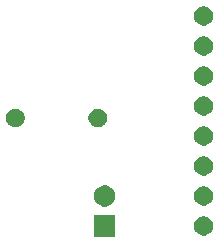
<source format=gbr>
G04 #@! TF.GenerationSoftware,KiCad,Pcbnew,(5.1.5)-3*
G04 #@! TF.CreationDate,2020-12-21T13:09:17+01:00*
G04 #@! TF.ProjectId,epimetheus_adxl345,6570696d-6574-4686-9575-735f6164786c,rev?*
G04 #@! TF.SameCoordinates,Original*
G04 #@! TF.FileFunction,Soldermask,Bot*
G04 #@! TF.FilePolarity,Negative*
%FSLAX46Y46*%
G04 Gerber Fmt 4.6, Leading zero omitted, Abs format (unit mm)*
G04 Created by KiCad (PCBNEW (5.1.5)-3) date 2020-12-21 13:09:17*
%MOMM*%
%LPD*%
G04 APERTURE LIST*
%ADD10C,0.100000*%
G04 APERTURE END LIST*
D10*
G36*
X171843000Y-41033000D02*
G01*
X170041000Y-41033000D01*
X170041000Y-39231000D01*
X171843000Y-39231000D01*
X171843000Y-41033000D01*
G37*
G36*
X179561142Y-39350242D02*
G01*
X179709101Y-39411529D01*
X179842255Y-39500499D01*
X179955501Y-39613745D01*
X180044471Y-39746899D01*
X180105758Y-39894858D01*
X180137000Y-40051925D01*
X180137000Y-40212075D01*
X180105758Y-40369142D01*
X180044471Y-40517101D01*
X179955501Y-40650255D01*
X179842255Y-40763501D01*
X179709101Y-40852471D01*
X179561142Y-40913758D01*
X179404075Y-40945000D01*
X179243925Y-40945000D01*
X179086858Y-40913758D01*
X178938899Y-40852471D01*
X178805745Y-40763501D01*
X178692499Y-40650255D01*
X178603529Y-40517101D01*
X178542242Y-40369142D01*
X178511000Y-40212075D01*
X178511000Y-40051925D01*
X178542242Y-39894858D01*
X178603529Y-39746899D01*
X178692499Y-39613745D01*
X178805745Y-39500499D01*
X178938899Y-39411529D01*
X179086858Y-39350242D01*
X179243925Y-39319000D01*
X179404075Y-39319000D01*
X179561142Y-39350242D01*
G37*
G36*
X171055512Y-36695927D02*
G01*
X171204812Y-36725624D01*
X171368784Y-36793544D01*
X171516354Y-36892147D01*
X171641853Y-37017646D01*
X171740456Y-37165216D01*
X171808376Y-37329188D01*
X171843000Y-37503259D01*
X171843000Y-37680741D01*
X171808376Y-37854812D01*
X171740456Y-38018784D01*
X171641853Y-38166354D01*
X171516354Y-38291853D01*
X171368784Y-38390456D01*
X171204812Y-38458376D01*
X171055512Y-38488073D01*
X171030742Y-38493000D01*
X170853258Y-38493000D01*
X170828488Y-38488073D01*
X170679188Y-38458376D01*
X170515216Y-38390456D01*
X170367646Y-38291853D01*
X170242147Y-38166354D01*
X170143544Y-38018784D01*
X170075624Y-37854812D01*
X170041000Y-37680741D01*
X170041000Y-37503259D01*
X170075624Y-37329188D01*
X170143544Y-37165216D01*
X170242147Y-37017646D01*
X170367646Y-36892147D01*
X170515216Y-36793544D01*
X170679188Y-36725624D01*
X170828488Y-36695927D01*
X170853258Y-36691000D01*
X171030742Y-36691000D01*
X171055512Y-36695927D01*
G37*
G36*
X179561142Y-36810242D02*
G01*
X179709101Y-36871529D01*
X179842255Y-36960499D01*
X179955501Y-37073745D01*
X180044471Y-37206899D01*
X180105758Y-37354858D01*
X180137000Y-37511925D01*
X180137000Y-37672075D01*
X180105758Y-37829142D01*
X180044471Y-37977101D01*
X179955501Y-38110255D01*
X179842255Y-38223501D01*
X179709101Y-38312471D01*
X179561142Y-38373758D01*
X179404075Y-38405000D01*
X179243925Y-38405000D01*
X179086858Y-38373758D01*
X178938899Y-38312471D01*
X178805745Y-38223501D01*
X178692499Y-38110255D01*
X178603529Y-37977101D01*
X178542242Y-37829142D01*
X178511000Y-37672075D01*
X178511000Y-37511925D01*
X178542242Y-37354858D01*
X178603529Y-37206899D01*
X178692499Y-37073745D01*
X178805745Y-36960499D01*
X178938899Y-36871529D01*
X179086858Y-36810242D01*
X179243925Y-36779000D01*
X179404075Y-36779000D01*
X179561142Y-36810242D01*
G37*
G36*
X179561142Y-34270242D02*
G01*
X179709101Y-34331529D01*
X179842255Y-34420499D01*
X179955501Y-34533745D01*
X180044471Y-34666899D01*
X180105758Y-34814858D01*
X180137000Y-34971925D01*
X180137000Y-35132075D01*
X180105758Y-35289142D01*
X180044471Y-35437101D01*
X179955501Y-35570255D01*
X179842255Y-35683501D01*
X179709101Y-35772471D01*
X179561142Y-35833758D01*
X179404075Y-35865000D01*
X179243925Y-35865000D01*
X179086858Y-35833758D01*
X178938899Y-35772471D01*
X178805745Y-35683501D01*
X178692499Y-35570255D01*
X178603529Y-35437101D01*
X178542242Y-35289142D01*
X178511000Y-35132075D01*
X178511000Y-34971925D01*
X178542242Y-34814858D01*
X178603529Y-34666899D01*
X178692499Y-34533745D01*
X178805745Y-34420499D01*
X178938899Y-34331529D01*
X179086858Y-34270242D01*
X179243925Y-34239000D01*
X179404075Y-34239000D01*
X179561142Y-34270242D01*
G37*
G36*
X179561142Y-31730242D02*
G01*
X179709101Y-31791529D01*
X179842255Y-31880499D01*
X179955501Y-31993745D01*
X180044471Y-32126899D01*
X180105758Y-32274858D01*
X180137000Y-32431925D01*
X180137000Y-32592075D01*
X180105758Y-32749142D01*
X180044471Y-32897101D01*
X179955501Y-33030255D01*
X179842255Y-33143501D01*
X179709101Y-33232471D01*
X179561142Y-33293758D01*
X179404075Y-33325000D01*
X179243925Y-33325000D01*
X179086858Y-33293758D01*
X178938899Y-33232471D01*
X178805745Y-33143501D01*
X178692499Y-33030255D01*
X178603529Y-32897101D01*
X178542242Y-32749142D01*
X178511000Y-32592075D01*
X178511000Y-32431925D01*
X178542242Y-32274858D01*
X178603529Y-32126899D01*
X178692499Y-31993745D01*
X178805745Y-31880499D01*
X178938899Y-31791529D01*
X179086858Y-31730242D01*
X179243925Y-31699000D01*
X179404075Y-31699000D01*
X179561142Y-31730242D01*
G37*
G36*
X163606642Y-30217781D02*
G01*
X163752414Y-30278162D01*
X163752416Y-30278163D01*
X163883608Y-30365822D01*
X163995178Y-30477392D01*
X164082837Y-30608584D01*
X164082838Y-30608586D01*
X164143219Y-30754358D01*
X164174000Y-30909107D01*
X164174000Y-31066893D01*
X164143219Y-31221642D01*
X164082838Y-31367414D01*
X164082837Y-31367416D01*
X163995178Y-31498608D01*
X163883608Y-31610178D01*
X163752416Y-31697837D01*
X163752415Y-31697838D01*
X163752414Y-31697838D01*
X163606642Y-31758219D01*
X163451893Y-31789000D01*
X163294107Y-31789000D01*
X163139358Y-31758219D01*
X162993586Y-31697838D01*
X162993585Y-31697838D01*
X162993584Y-31697837D01*
X162862392Y-31610178D01*
X162750822Y-31498608D01*
X162663163Y-31367416D01*
X162663162Y-31367414D01*
X162602781Y-31221642D01*
X162572000Y-31066893D01*
X162572000Y-30909107D01*
X162602781Y-30754358D01*
X162663162Y-30608586D01*
X162663163Y-30608584D01*
X162750822Y-30477392D01*
X162862392Y-30365822D01*
X162993584Y-30278163D01*
X162993586Y-30278162D01*
X163139358Y-30217781D01*
X163294107Y-30187000D01*
X163451893Y-30187000D01*
X163606642Y-30217781D01*
G37*
G36*
X170606642Y-30217781D02*
G01*
X170752414Y-30278162D01*
X170752416Y-30278163D01*
X170883608Y-30365822D01*
X170995178Y-30477392D01*
X171082837Y-30608584D01*
X171082838Y-30608586D01*
X171143219Y-30754358D01*
X171174000Y-30909107D01*
X171174000Y-31066893D01*
X171143219Y-31221642D01*
X171082838Y-31367414D01*
X171082837Y-31367416D01*
X170995178Y-31498608D01*
X170883608Y-31610178D01*
X170752416Y-31697837D01*
X170752415Y-31697838D01*
X170752414Y-31697838D01*
X170606642Y-31758219D01*
X170451893Y-31789000D01*
X170294107Y-31789000D01*
X170139358Y-31758219D01*
X169993586Y-31697838D01*
X169993585Y-31697838D01*
X169993584Y-31697837D01*
X169862392Y-31610178D01*
X169750822Y-31498608D01*
X169663163Y-31367416D01*
X169663162Y-31367414D01*
X169602781Y-31221642D01*
X169572000Y-31066893D01*
X169572000Y-30909107D01*
X169602781Y-30754358D01*
X169663162Y-30608586D01*
X169663163Y-30608584D01*
X169750822Y-30477392D01*
X169862392Y-30365822D01*
X169993584Y-30278163D01*
X169993586Y-30278162D01*
X170139358Y-30217781D01*
X170294107Y-30187000D01*
X170451893Y-30187000D01*
X170606642Y-30217781D01*
G37*
G36*
X179561142Y-29190242D02*
G01*
X179709101Y-29251529D01*
X179842255Y-29340499D01*
X179955501Y-29453745D01*
X180044471Y-29586899D01*
X180105758Y-29734858D01*
X180137000Y-29891925D01*
X180137000Y-30052075D01*
X180105758Y-30209142D01*
X180044471Y-30357101D01*
X179955501Y-30490255D01*
X179842255Y-30603501D01*
X179709101Y-30692471D01*
X179561142Y-30753758D01*
X179404075Y-30785000D01*
X179243925Y-30785000D01*
X179086858Y-30753758D01*
X178938899Y-30692471D01*
X178805745Y-30603501D01*
X178692499Y-30490255D01*
X178603529Y-30357101D01*
X178542242Y-30209142D01*
X178511000Y-30052075D01*
X178511000Y-29891925D01*
X178542242Y-29734858D01*
X178603529Y-29586899D01*
X178692499Y-29453745D01*
X178805745Y-29340499D01*
X178938899Y-29251529D01*
X179086858Y-29190242D01*
X179243925Y-29159000D01*
X179404075Y-29159000D01*
X179561142Y-29190242D01*
G37*
G36*
X179561142Y-26650242D02*
G01*
X179709101Y-26711529D01*
X179842255Y-26800499D01*
X179955501Y-26913745D01*
X180044471Y-27046899D01*
X180105758Y-27194858D01*
X180137000Y-27351925D01*
X180137000Y-27512075D01*
X180105758Y-27669142D01*
X180044471Y-27817101D01*
X179955501Y-27950255D01*
X179842255Y-28063501D01*
X179709101Y-28152471D01*
X179561142Y-28213758D01*
X179404075Y-28245000D01*
X179243925Y-28245000D01*
X179086858Y-28213758D01*
X178938899Y-28152471D01*
X178805745Y-28063501D01*
X178692499Y-27950255D01*
X178603529Y-27817101D01*
X178542242Y-27669142D01*
X178511000Y-27512075D01*
X178511000Y-27351925D01*
X178542242Y-27194858D01*
X178603529Y-27046899D01*
X178692499Y-26913745D01*
X178805745Y-26800499D01*
X178938899Y-26711529D01*
X179086858Y-26650242D01*
X179243925Y-26619000D01*
X179404075Y-26619000D01*
X179561142Y-26650242D01*
G37*
G36*
X179561142Y-24110242D02*
G01*
X179709101Y-24171529D01*
X179842255Y-24260499D01*
X179955501Y-24373745D01*
X180044471Y-24506899D01*
X180105758Y-24654858D01*
X180137000Y-24811925D01*
X180137000Y-24972075D01*
X180105758Y-25129142D01*
X180044471Y-25277101D01*
X179955501Y-25410255D01*
X179842255Y-25523501D01*
X179709101Y-25612471D01*
X179561142Y-25673758D01*
X179404075Y-25705000D01*
X179243925Y-25705000D01*
X179086858Y-25673758D01*
X178938899Y-25612471D01*
X178805745Y-25523501D01*
X178692499Y-25410255D01*
X178603529Y-25277101D01*
X178542242Y-25129142D01*
X178511000Y-24972075D01*
X178511000Y-24811925D01*
X178542242Y-24654858D01*
X178603529Y-24506899D01*
X178692499Y-24373745D01*
X178805745Y-24260499D01*
X178938899Y-24171529D01*
X179086858Y-24110242D01*
X179243925Y-24079000D01*
X179404075Y-24079000D01*
X179561142Y-24110242D01*
G37*
G36*
X179561142Y-21570242D02*
G01*
X179709101Y-21631529D01*
X179842255Y-21720499D01*
X179955501Y-21833745D01*
X180044471Y-21966899D01*
X180105758Y-22114858D01*
X180137000Y-22271925D01*
X180137000Y-22432075D01*
X180105758Y-22589142D01*
X180044471Y-22737101D01*
X179955501Y-22870255D01*
X179842255Y-22983501D01*
X179709101Y-23072471D01*
X179561142Y-23133758D01*
X179404075Y-23165000D01*
X179243925Y-23165000D01*
X179086858Y-23133758D01*
X178938899Y-23072471D01*
X178805745Y-22983501D01*
X178692499Y-22870255D01*
X178603529Y-22737101D01*
X178542242Y-22589142D01*
X178511000Y-22432075D01*
X178511000Y-22271925D01*
X178542242Y-22114858D01*
X178603529Y-21966899D01*
X178692499Y-21833745D01*
X178805745Y-21720499D01*
X178938899Y-21631529D01*
X179086858Y-21570242D01*
X179243925Y-21539000D01*
X179404075Y-21539000D01*
X179561142Y-21570242D01*
G37*
M02*

</source>
